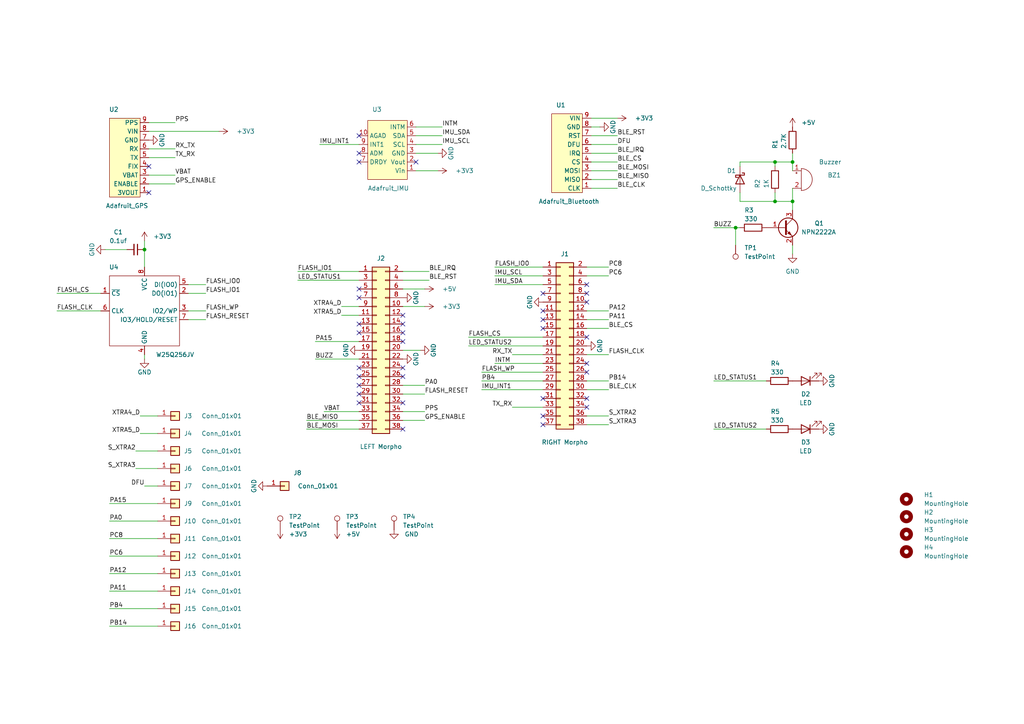
<source format=kicad_sch>
(kicad_sch (version 20210621) (generator eeschema)
  (paper "A4")
  (title_block (title "EasyComm for EasyRider REV C") (date "2021-12-06") (rev "REV A") (company "Bas Brugman visionnaire.nl"))
  (lib_symbols
    (symbol "MountingHole_1" (pin_names (offset 1.016))
      (property "Reference" "H" (at 0 5.08 0))
      (property "Value" "MountingHole_1" (at 0 3.175 0))
      (symbol "MountingHole_1_0_1"
        (circle (center 0 0) (radius 1.27) (stroke (width 1.27)))
      )
    )
    (symbol "MountingHole_2" (pin_names (offset 1.016))
      (property "Reference" "H" (at 0 5.08 0))
      (property "Value" "MountingHole_2" (at 0 3.175 0))
      (symbol "MountingHole_2_0_1"
        (circle (center 0 0) (radius 1.27) (stroke (width 1.27)))
      )
    )
    (symbol "MountingHole_3" (pin_names (offset 1.016))
      (property "Reference" "H" (at 0 5.08 0))
      (property "Value" "MountingHole_3" (at 0 3.175 0))
      (symbol "MountingHole_3_0_1"
        (circle (center 0 0) (radius 1.27) (stroke (width 1.27)))
      )
    )
    (symbol "power:+3V3" (power) (pin_names (offset 0))
      (property "Value" "+3V3" (at 0 3.556 0))
      (symbol "+3V3_0_1"
        (polyline (pts (xy -0.762 1.27) (xy 0 2.54)))
        (polyline (pts (xy 0 0) (xy 0 2.54)))
        (polyline (pts (xy 0 2.54) (xy 0.762 1.27)))
      )
      (symbol "+3V3_1_1"
        (pin power_in line (at 0 0 90) (length 0) hide (name "+3V3") (number "1"))
      )
    )
    (symbol "power:+5V" (power) (pin_names (offset 0))
      (property "Value" "+5V" (at 0 3.556 0))
      (symbol "+5V_0_1"
        (polyline (pts (xy -0.762 1.27) (xy 0 2.54)))
        (polyline (pts (xy 0 0) (xy 0 2.54)))
        (polyline (pts (xy 0 2.54) (xy 0.762 1.27)))
      )
      (symbol "+5V_1_1"
        (pin power_in line (at 0 0 90) (length 0) hide (name "+5V") (number "1"))
      )
    )
    (symbol "power:GND" (power) (pin_names (offset 0))
      (property "Value" "GND" (at 0 -3.81 0))
      (symbol "GND_0_1"
        (polyline (pts (xy 0 0) (xy 0 -1.27) (xy 1.27 -1.27) (xy 0 -2.54) (xy -1.27 -1.27) (xy 0 -1.27)))
      )
      (symbol "GND_1_1"
        (pin power_in line (at 0 0 270) (length 0) hide (name "GND") (number "1"))
      )
    )
    (symbol "stamina_symbols:Adafruit_Bluetooth"
      (property "Reference" "U" (at -7.62 5.08 0))
      (property "Value" "Adafruit_Bluetooth" (at 4.445 4.445 0))
      (symbol "Adafruit_Bluetooth_0_1"
        (rectangle (start 0 1.27) (end -8.89 -21.59) (stroke (width 0.1524)) (fill (type background)))
      )
      (symbol "Adafruit_Bluetooth_1_1"
        (pin bidirectional line (at 2.54 -20.32 180) (length 2.54) (name "CLK") (number "1"))
        (pin bidirectional line (at 2.54 -17.78 180) (length 2.54) (name "MISO") (number "2"))
        (pin bidirectional line (at 2.54 -15.24 180) (length 2.54) (name "MOSI") (number "3"))
        (pin bidirectional line (at 2.54 -12.7 180) (length 2.54) (name "CS") (number "4"))
        (pin bidirectional line (at 2.54 -10.16 180) (length 2.54) (name "IRQ") (number "5"))
        (pin bidirectional line (at 2.54 -7.62 180) (length 2.54) (name "DFU") (number "6"))
        (pin bidirectional line (at 2.54 -5.08 180) (length 2.54) (name "RST") (number "7"))
        (pin power_in line (at 2.54 -2.54 180) (length 2.54) (name "GND") (number "8"))
        (pin power_in line (at 2.54 0 180) (length 2.54) (name "VIN") (number "9"))
      )
    )
    (symbol "stamina_symbols:Adafruit_GPS"
      (property "Reference" "U" (at -7.62 5.08 0))
      (property "Value" "Adafruit_GPS" (at -3.81 3.175 0))
      (symbol "Adafruit_GPS_0_1"
        (rectangle (start 0 1.27) (end -8.89 -21.59) (stroke (width 0.1524)) (fill (type background)))
      )
      (symbol "Adafruit_GPS_1_1"
        (pin power_out line (at 2.54 -20.32 180) (length 2.54) (name "3VOUT") (number "1"))
        (pin bidirectional line (at 2.54 -17.78 180) (length 2.54) (name "ENABLE") (number "2"))
        (pin power_in line (at 2.54 -15.24 180) (length 2.54) (name "VBAT") (number "3"))
        (pin bidirectional line (at 2.54 -12.7 180) (length 2.54) (name "FIX") (number "4"))
        (pin output line (at 2.54 -10.16 180) (length 2.54) (name "TX") (number "5"))
        (pin input line (at 2.54 -7.62 180) (length 2.54) (name "RX") (number "6"))
        (pin power_in line (at 2.54 -5.08 180) (length 2.54) (name "GND") (number "7"))
        (pin power_in line (at 2.54 -2.54 180) (length 2.54) (name "VIN") (number "8"))
        (pin bidirectional line (at 2.54 0 180) (length 2.54) (name "PPS") (number "9"))
      )
    )
    (symbol "stamina_symbols:Adafruit_IMU"
      (property "Reference" "U" (at -11.43 9.525 0))
      (property "Value" "Adafruit_IMU" (at -3.81 9.525 0))
      (symbol "Adafruit_IMU_0_1"
        (rectangle (start -11.43 6.985) (end 0 -10.16) (stroke (width 0.1524)) (fill (type background)))
      )
      (symbol "Adafruit_IMU_1_1"
        (pin power_in line (at 2.54 -7.62 180) (length 2.54) (name "Vin") (number "1"))
        (pin bidirectional line (at -13.97 2.54 0) (length 2.54) (name "AGAD") (number "10"))
        (pin power_out line (at 2.54 -5.08 180) (length 2.54) (name "Vout") (number "2"))
        (pin power_in line (at 2.54 -2.54 180) (length 2.54) (name "GND") (number "3"))
        (pin bidirectional line (at 2.54 0 180) (length 2.54) (name "SCL") (number "4"))
        (pin bidirectional line (at 2.54 2.54 180) (length 2.54) (name "SDA") (number "5"))
        (pin bidirectional line (at 2.54 5.08 180) (length 2.54) (name "INTM") (number "6"))
        (pin bidirectional line (at -13.97 -5.08 0) (length 2.54) (name "DRDY") (number "7"))
        (pin bidirectional line (at -13.97 -2.54 0) (length 2.54) (name "ADM") (number "8"))
        (pin bidirectional line (at -13.97 0 0) (length 2.54) (name "INT1") (number "9"))
      )
    )
    (symbol "stamina_symbols:Buzzer" (pin_names (offset 0.0254) hide)
      (property "Reference" "BZ" (at 3.81 1.27 0))
      (property "Value" "Buzzer" (at 3.81 -1.27 0))
      (symbol "Buzzer_0_1"
        (arc (start 0 -3.175) (mid 3.175 0) (end 0 3.175))
        (polyline (pts (xy -1.651 1.905) (xy -1.143 1.905)))
        (polyline (pts (xy -1.397 2.159) (xy -1.397 1.651)))
        (polyline (pts (xy 0 3.175) (xy 0 -3.175)))
      )
      (symbol "Buzzer_1_1"
        (pin passive line (at -2.54 2.54 0) (length 2.54) (name "-") (number "1"))
        (pin passive line (at -2.54 -2.54 0) (length 2.54) (name "+") (number "2"))
      )
    )
    (symbol "stamina_symbols:C_Small" (pin_numbers hide) (pin_names (offset 0.254) hide)
      (property "Reference" "C" (at 0.254 1.778 0))
      (property "Value" "C_Small" (at 0.254 -2.032 0))
      (symbol "C_Small_0_1"
        (polyline (pts (xy -1.524 -0.508) (xy 1.524 -0.508)) (stroke (width 0.3302)))
        (polyline (pts (xy -1.524 0.508) (xy 1.524 0.508)) (stroke (width 0.3048)))
      )
      (symbol "C_Small_1_1"
        (pin passive line (at 0 2.54 270) (length 2.032) (name "~") (number "1"))
        (pin passive line (at 0 -2.54 90) (length 2.032) (name "~") (number "2"))
      )
    )
    (symbol "stamina_symbols:Conn_01x01" (pin_names (offset 1.016) hide)
      (property "Reference" "J" (at 0 2.54 0))
      (property "Value" "Conn_01x01" (at 0 -2.54 0))
      (symbol "Conn_01x01_1_1"
        (rectangle (start -1.27 0.127) (end 0 -0.127) (stroke (width 0.1524)))
        (rectangle (start -1.27 1.27) (end 1.27 -1.27) (stroke (width 0.254)) (fill (type background)))
        (pin passive line (at -5.08 0 0) (length 3.81) (name "Pin_1") (number "1"))
      )
    )
    (symbol "stamina_symbols:D_Schottky" (pin_numbers hide) (pin_names (offset 1.016) hide)
      (property "Reference" "D" (at 0 2.54 0))
      (property "Value" "D_Schottky" (at 0 -2.54 0))
      (symbol "D_Schottky_0_1"
        (polyline (pts (xy 1.27 0) (xy -1.27 0)))
        (polyline (pts (xy 1.27 1.27) (xy 1.27 -1.27) (xy -1.27 0) (xy 1.27 1.27)) (stroke (width 0.254)))
        (polyline (pts (xy -1.905 0.635) (xy -1.905 1.27) (xy -1.27 1.27) (xy -1.27 -1.27) (xy -0.635 -1.27) (xy -0.635 -0.635)) (stroke (width 0.254)))
      )
      (symbol "D_Schottky_1_1"
        (pin passive line (at -3.81 0 0) (length 2.54) (name "K") (number "1"))
        (pin passive line (at 3.81 0 180) (length 2.54) (name "A") (number "2"))
      )
    )
    (symbol "stamina_symbols:LED" (pin_numbers hide) (pin_names (offset 1.016) hide)
      (property "Reference" "D" (at 0 2.54 0))
      (property "Value" "LED" (at 0 -2.54 0))
      (symbol "LED_0_1"
        (polyline (pts (xy -1.27 -1.27) (xy -1.27 1.27)) (stroke (width 0.254)))
        (polyline (pts (xy -1.27 0) (xy 1.27 0)))
        (polyline (pts (xy 1.27 -1.27) (xy 1.27 1.27) (xy -1.27 0) (xy 1.27 -1.27)) (stroke (width 0.254)))
        (polyline (pts (xy -3.048 -0.762) (xy -4.572 -2.286) (xy -3.81 -2.286) (xy -4.572 -2.286) (xy -4.572 -1.524)))
        (polyline (pts (xy -1.778 -0.762) (xy -3.302 -2.286) (xy -2.54 -2.286) (xy -3.302 -2.286) (xy -3.302 -1.524)))
      )
      (symbol "LED_1_1"
        (pin passive line (at -3.81 0 0) (length 2.54) (name "K") (number "1"))
        (pin passive line (at 3.81 0 180) (length 2.54) (name "A") (number "2"))
      )
    )
    (symbol "stamina_symbols:Morpho 2x19pin Connector" (pin_names (offset 1.016) hide)
      (property "Reference" "J" (at 1.27 25.4 0))
      (property "Value" "Morpho 2x19pin Connector" (at 1.27 -25.4 0))
      (symbol "Morpho 2x19pin Connector_1_1"
        (rectangle (start -1.27 -22.733) (end 0 -22.987) (stroke (width 0.1524)))
        (rectangle (start -1.27 -20.193) (end 0 -20.447) (stroke (width 0.1524)))
        (rectangle (start -1.27 -17.653) (end 0 -17.907) (stroke (width 0.1524)))
        (rectangle (start -1.27 -15.113) (end 0 -15.367) (stroke (width 0.1524)))
        (rectangle (start -1.27 -12.573) (end 0 -12.827) (stroke (width 0.1524)))
        (rectangle (start -1.27 -10.033) (end 0 -10.287) (stroke (width 0.1524)))
        (rectangle (start -1.27 -7.493) (end 0 -7.747) (stroke (width 0.1524)))
        (rectangle (start -1.27 -4.953) (end 0 -5.207) (stroke (width 0.1524)))
        (rectangle (start -1.27 -2.413) (end 0 -2.667) (stroke (width 0.1524)))
        (rectangle (start -1.27 0.127) (end 0 -0.127) (stroke (width 0.1524)))
        (rectangle (start -1.27 2.667) (end 0 2.413) (stroke (width 0.1524)))
        (rectangle (start -1.27 5.207) (end 0 4.953) (stroke (width 0.1524)))
        (rectangle (start -1.27 7.747) (end 0 7.493) (stroke (width 0.1524)))
        (rectangle (start -1.27 10.287) (end 0 10.033) (stroke (width 0.1524)))
        (rectangle (start -1.27 12.827) (end 0 12.573) (stroke (width 0.1524)))
        (rectangle (start -1.27 15.367) (end 0 15.113) (stroke (width 0.1524)))
        (rectangle (start -1.27 17.907) (end 0 17.653) (stroke (width 0.1524)))
        (rectangle (start -1.27 20.447) (end 0 20.193) (stroke (width 0.1524)))
        (rectangle (start -1.27 22.987) (end 0 22.733) (stroke (width 0.1524)))
        (rectangle (start -1.27 24.13) (end 3.81 -24.13) (stroke (width 0.254)) (fill (type background)))
        (rectangle (start 3.81 -22.733) (end 2.54 -22.987) (stroke (width 0.1524)))
        (rectangle (start 3.81 -20.193) (end 2.54 -20.447) (stroke (width 0.1524)))
        (rectangle (start 3.81 -17.653) (end 2.54 -17.907) (stroke (width 0.1524)))
        (rectangle (start 3.81 -15.113) (end 2.54 -15.367) (stroke (width 0.1524)))
        (rectangle (start 3.81 -12.573) (end 2.54 -12.827) (stroke (width 0.1524)))
        (rectangle (start 3.81 -10.033) (end 2.54 -10.287) (stroke (width 0.1524)))
        (rectangle (start 3.81 -7.493) (end 2.54 -7.747) (stroke (width 0.1524)))
        (rectangle (start 3.81 -4.953) (end 2.54 -5.207) (stroke (width 0.1524)))
        (rectangle (start 3.81 -2.413) (end 2.54 -2.667) (stroke (width 0.1524)))
        (rectangle (start 3.81 0.127) (end 2.54 -0.127) (stroke (width 0.1524)))
        (rectangle (start 3.81 2.667) (end 2.54 2.413) (stroke (width 0.1524)))
        (rectangle (start 3.81 5.207) (end 2.54 4.953) (stroke (width 0.1524)))
        (rectangle (start 3.81 7.747) (end 2.54 7.493) (stroke (width 0.1524)))
        (rectangle (start 3.81 10.287) (end 2.54 10.033) (stroke (width 0.1524)))
        (rectangle (start 3.81 12.827) (end 2.54 12.573) (stroke (width 0.1524)))
        (rectangle (start 3.81 15.367) (end 2.54 15.113) (stroke (width 0.1524)))
        (rectangle (start 3.81 17.907) (end 2.54 17.653) (stroke (width 0.1524)))
        (rectangle (start 3.81 20.447) (end 2.54 20.193) (stroke (width 0.1524)))
        (rectangle (start 3.81 22.987) (end 2.54 22.733) (stroke (width 0.1524)))
        (pin passive line (at -5.08 22.86 0) (length 3.81) (name "Pin_1") (number "1"))
        (pin passive line (at 7.62 12.7 180) (length 3.81) (name "Pin_10") (number "10"))
        (pin passive line (at -5.08 10.16 0) (length 3.81) (name "Pin_11") (number "11"))
        (pin passive line (at 7.62 10.16 180) (length 3.81) (name "Pin_12") (number "12"))
        (pin passive line (at -5.08 7.62 0) (length 3.81) (name "Pin_13") (number "13"))
        (pin passive line (at 7.62 7.62 180) (length 3.81) (name "Pin_14") (number "14"))
        (pin passive line (at -5.08 5.08 0) (length 3.81) (name "Pin_15") (number "15"))
        (pin passive line (at 7.62 5.08 180) (length 3.81) (name "Pin_16") (number "16"))
        (pin passive line (at -5.08 2.54 0) (length 3.81) (name "Pin_17") (number "17"))
        (pin passive line (at 7.62 2.54 180) (length 3.81) (name "Pin_18") (number "18"))
        (pin passive line (at -5.08 0 0) (length 3.81) (name "Pin_19") (number "19"))
        (pin passive line (at 7.62 22.86 180) (length 3.81) (name "Pin_2") (number "2"))
        (pin passive line (at 7.62 0 180) (length 3.81) (name "Pin_20") (number "20"))
        (pin passive line (at -5.08 -2.54 0) (length 3.81) (name "Pin_21") (number "21"))
        (pin passive line (at 7.62 -2.54 180) (length 3.81) (name "Pin_22") (number "22"))
        (pin passive line (at -5.08 -5.08 0) (length 3.81) (name "Pin_23") (number "23"))
        (pin passive line (at 7.62 -5.08 180) (length 3.81) (name "Pin_24") (number "24"))
        (pin passive line (at -5.08 -7.62 0) (length 3.81) (name "Pin_25") (number "25"))
        (pin passive line (at 7.62 -7.62 180) (length 3.81) (name "Pin_26") (number "26"))
        (pin passive line (at -5.08 -10.16 0) (length 3.81) (name "Pin_27") (number "27"))
        (pin passive line (at 7.62 -10.16 180) (length 3.81) (name "Pin_28") (number "28"))
        (pin passive line (at -5.08 -12.7 0) (length 3.81) (name "Pin_29") (number "29"))
        (pin passive line (at -5.08 20.32 0) (length 3.81) (name "Pin_3") (number "3"))
        (pin passive line (at 7.62 -12.7 180) (length 3.81) (name "Pin_30") (number "30"))
        (pin passive line (at -5.08 -15.24 0) (length 3.81) (name "Pin_31") (number "31"))
        (pin passive line (at 7.62 -15.24 180) (length 3.81) (name "Pin_32") (number "32"))
        (pin passive line (at -5.08 -17.78 0) (length 3.81) (name "Pin_33") (number "33"))
        (pin passive line (at 7.62 -17.78 180) (length 3.81) (name "Pin_34") (number "34"))
        (pin passive line (at -5.08 -20.32 0) (length 3.81) (name "Pin_35") (number "35"))
        (pin passive line (at 7.62 -20.32 180) (length 3.81) (name "Pin_36") (number "36"))
        (pin passive line (at -5.08 -22.86 0) (length 3.81) (name "Pin_37") (number "37"))
        (pin passive line (at 7.62 -22.86 180) (length 3.81) (name "Pin_38") (number "38"))
        (pin passive line (at 7.62 20.32 180) (length 3.81) (name "Pin_4") (number "4"))
        (pin passive line (at -5.08 17.78 0) (length 3.81) (name "Pin_5") (number "5"))
        (pin passive line (at 7.62 17.78 180) (length 3.81) (name "Pin_6") (number "6"))
        (pin passive line (at -5.08 15.24 0) (length 3.81) (name "Pin_7") (number "7"))
        (pin passive line (at 7.62 15.24 180) (length 3.81) (name "Pin_8") (number "8"))
        (pin passive line (at -5.08 12.7 0) (length 3.81) (name "Pin_9") (number "9"))
      )
    )
    (symbol "stamina_symbols:MountingHole" (pin_names (offset 1.016))
      (property "Reference" "H" (at 0 5.08 0))
      (property "Value" "MountingHole" (at 0 3.175 0))
      (symbol "MountingHole_0_1"
        (circle (center 0 0) (radius 1.27) (stroke (width 1.27)))
      )
    )
    (symbol "stamina_symbols:NPN2222A" (pin_names (offset 0) hide)
      (property "Reference" "Q" (at 5.08 1.905 0))
      (property "Value" "NPN2222A" (at 5.08 0 0))
      (symbol "NPN2222A_0_1"
        (polyline (pts (xy 0 0) (xy 0.635 0)))
        (polyline (pts (xy 2.54 -2.54) (xy 0.635 -0.635)))
        (polyline (pts (xy 2.54 2.54) (xy 0.635 0.635)))
        (polyline (pts (xy 0.635 1.905) (xy 0.635 -1.905) (xy 0.635 -1.905)) (stroke (width 0.508)))
        (polyline (pts (xy 2.413 -2.413) (xy 1.905 -1.905) (xy 1.905 -1.905)))
        (polyline (pts (xy 1.143 -1.651) (xy 1.651 -1.143) (xy 2.159 -2.159) (xy 1.143 -1.651) (xy 1.143 -1.651)) (fill (type outline)))
        (circle (center 1.27 0) (radius 2.8194) (stroke (width 0.254)))
      )
      (symbol "NPN2222A_1_1"
        (pin input line (at -5.08 0 0) (length 5.08) (name "B") (number "1"))
        (pin passive line (at 2.54 -5.08 90) (length 2.54) (name "E") (number "2"))
        (pin passive line (at 2.54 5.08 270) (length 2.54) (name "C") (number "3"))
      )
    )
    (symbol "stamina_symbols:R" (pin_numbers hide) (pin_names (offset 0))
      (property "Reference" "R" (at 2.032 0 90))
      (property "Value" "R" (at 0 0 90))
      (symbol "R_0_1"
        (rectangle (start -1.016 -2.54) (end 1.016 2.54) (stroke (width 0.254)))
      )
      (symbol "R_1_1"
        (pin passive line (at 0 3.81 270) (length 1.27) (name "~") (number "1"))
        (pin passive line (at 0 -3.81 90) (length 1.27) (name "~") (number "2"))
      )
    )
    (symbol "stamina_symbols:TestPoint" (pin_numbers hide) (pin_names (offset 0.762) hide)
      (property "Reference" "TP" (at 0 6.858 0))
      (property "Value" "TestPoint" (at 0 5.08 0))
      (symbol "TestPoint_0_1"
        (circle (center 0 3.302) (radius 0.762))
      )
      (symbol "TestPoint_1_1"
        (pin passive line (at 0 0 90) (length 2.54) (name "1") (number "1"))
      )
    )
    (symbol "stamina_symbols:W25Q256JV"
      (property "Reference" "U" (at -8.89 8.89 0))
      (property "Value" "W25Q256JV" (at 7.62 8.89 0))
      (symbol "W25Q256JV_0_1"
        (rectangle (start 10.16 -12.7) (end -10.16 7.62) (stroke (width 0.1524)))
      )
      (symbol "W25Q256JV_1_1"
        (pin input line (at -12.7 2.54 0) (length 2.54) (name "~{CS}") (number "1"))
        (pin bidirectional line (at 12.7 2.54 180) (length 2.54) (name "DO(IO1)") (number "2"))
        (pin bidirectional line (at 12.7 -2.54 180) (length 2.54) (name "IO2/WP") (number "3"))
        (pin power_in line (at 0 -15.24 90) (length 2.54) (name "GND") (number "4"))
        (pin bidirectional line (at 12.7 5.08 180) (length 2.54) (name "DI(IO0)") (number "5"))
        (pin input line (at -12.7 -2.54 0) (length 2.54) (name "CLK") (number "6"))
        (pin bidirectional line (at 12.7 -5.08 180) (length 2.54) (name "IO3/HOLD/RESET") (number "7"))
        (pin power_in line (at 0 10.16 270) (length 2.54) (name "VCC") (number "8"))
      )
    )
  )
  (junction (at 213.36 66.04))
  (junction (at 229.87 46.99))
  (junction (at 224.79 58.42))
  (junction (at 229.87 58.42))
  (junction (at 41.91 72.39))
  (junction (at 224.79 46.99))
  (no_connect (at 157.48 123.19))
  (no_connect (at 170.18 105.41))
  (no_connect (at 170.18 107.95))
  (no_connect (at 104.14 83.82))
  (no_connect (at 116.84 96.52))
  (no_connect (at 104.14 93.98))
  (no_connect (at 120.65 46.99))
  (no_connect (at 104.14 86.36))
  (no_connect (at 157.48 85.09))
  (no_connect (at 116.84 99.06))
  (no_connect (at 43.18 55.88))
  (no_connect (at 116.84 93.98))
  (no_connect (at 170.18 87.63))
  (no_connect (at 116.84 106.68))
  (no_connect (at 170.18 118.11))
  (no_connect (at 104.14 116.84))
  (no_connect (at 104.14 111.76))
  (no_connect (at 104.14 114.3))
  (no_connect (at 116.84 91.44))
  (no_connect (at 104.14 96.52))
  (no_connect (at 116.84 109.22))
  (no_connect (at 157.48 95.25))
  (no_connect (at 157.48 90.17))
  (no_connect (at 157.48 92.71))
  (no_connect (at 157.48 120.65))
  (no_connect (at 116.84 116.84))
  (no_connect (at 116.84 124.46))
  (no_connect (at 43.18 48.26))
  (no_connect (at 170.18 97.79))
  (no_connect (at 157.48 115.57))
  (no_connect (at 104.14 106.68))
  (no_connect (at 104.14 44.45))
  (no_connect (at 104.14 46.99))
  (no_connect (at 104.14 39.37))
  (no_connect (at 104.14 109.22))
  (no_connect (at 170.18 82.55))
  (no_connect (at 170.18 85.09))
  (no_connect (at 170.18 115.57))
  (wire (pts (xy 176.53 95.25) (xy 170.18 95.25)))
  (wire (pts (xy 41.91 104.14) (xy 41.91 102.87)))
  (wire (pts (xy 139.7 107.95) (xy 157.48 107.95)))
  (wire (pts (xy 123.19 114.3) (xy 116.84 114.3)))
  (wire (pts (xy 229.87 44.45) (xy 229.87 46.99)))
  (wire (pts (xy 229.87 46.99) (xy 229.87 49.53)))
  (wire (pts (xy 39.37 135.89) (xy 45.72 135.89)))
  (wire (pts (xy 59.69 90.17) (xy 54.61 90.17)))
  (wire (pts (xy 99.06 88.9) (xy 104.14 88.9)))
  (wire (pts (xy 123.19 121.92) (xy 116.84 121.92)))
  (wire (pts (xy 135.89 100.33) (xy 157.48 100.33)))
  (wire (pts (xy 176.53 113.03) (xy 170.18 113.03)))
  (wire (pts (xy 59.69 92.71) (xy 54.61 92.71)))
  (wire (pts (xy 50.8 50.8) (xy 43.18 50.8)))
  (wire (pts (xy 143.51 80.01) (xy 157.48 80.01)))
  (wire (pts (xy 92.71 41.91) (xy 104.14 41.91)))
  (wire (pts (xy 224.79 55.88) (xy 224.79 58.42)))
  (wire (pts (xy 224.79 58.42) (xy 229.87 58.42)))
  (wire (pts (xy 176.53 90.17) (xy 170.18 90.17)))
  (wire (pts (xy 213.36 71.12) (xy 213.36 66.04)))
  (wire (pts (xy 229.87 73.66) (xy 229.87 71.12)))
  (wire (pts (xy 50.8 45.72) (xy 43.18 45.72)))
  (wire (pts (xy 39.37 130.81) (xy 45.72 130.81)))
  (wire (pts (xy 139.7 110.49) (xy 157.48 110.49)))
  (wire (pts (xy 214.63 46.99) (xy 214.63 48.26)))
  (wire (pts (xy 224.79 46.99) (xy 214.63 46.99)))
  (wire (pts (xy 207.01 124.46) (xy 222.25 124.46)))
  (wire (pts (xy 128.27 36.83) (xy 120.65 36.83)))
  (wire (pts (xy 179.07 46.99) (xy 171.45 46.99)))
  (wire (pts (xy 88.9 121.92) (xy 104.14 121.92)))
  (wire (pts (xy 31.75 151.13) (xy 45.72 151.13)))
  (wire (pts (xy 31.75 161.29) (xy 45.72 161.29)))
  (wire (pts (xy 88.9 124.46) (xy 104.14 124.46)))
  (wire (pts (xy 179.07 49.53) (xy 171.45 49.53)))
  (wire (pts (xy 93.98 119.38) (xy 104.14 119.38)))
  (wire (pts (xy 179.07 39.37) (xy 171.45 39.37)))
  (wire (pts (xy 63.5 38.1) (xy 43.18 38.1)))
  (wire (pts (xy 135.89 97.79) (xy 157.48 97.79)))
  (wire (pts (xy 31.75 146.05) (xy 45.72 146.05)))
  (wire (pts (xy 31.75 171.45) (xy 45.72 171.45)))
  (wire (pts (xy 179.07 44.45) (xy 171.45 44.45)))
  (wire (pts (xy 176.53 120.65) (xy 170.18 120.65)))
  (wire (pts (xy 127 49.53) (xy 120.65 49.53)))
  (wire (pts (xy 50.8 35.56) (xy 43.18 35.56)))
  (wire (pts (xy 207.01 110.49) (xy 222.25 110.49)))
  (wire (pts (xy 143.51 105.41) (xy 157.48 105.41)))
  (wire (pts (xy 179.07 34.29) (xy 171.45 34.29)))
  (wire (pts (xy 40.64 125.73) (xy 45.72 125.73)))
  (wire (pts (xy 179.07 54.61) (xy 171.45 54.61)))
  (wire (pts (xy 179.07 52.07) (xy 171.45 52.07)))
  (wire (pts (xy 176.53 123.19) (xy 170.18 123.19)))
  (wire (pts (xy 30.48 72.39) (xy 36.83 72.39)))
  (wire (pts (xy 121.92 101.6) (xy 116.84 101.6)))
  (wire (pts (xy 139.7 113.03) (xy 157.48 113.03)))
  (wire (pts (xy 128.27 41.91) (xy 120.65 41.91)))
  (wire (pts (xy 123.19 111.76) (xy 116.84 111.76)))
  (wire (pts (xy 143.51 77.47) (xy 157.48 77.47)))
  (wire (pts (xy 86.36 81.28) (xy 104.14 81.28)))
  (wire (pts (xy 40.64 120.65) (xy 45.72 120.65)))
  (wire (pts (xy 99.06 91.44) (xy 104.14 91.44)))
  (wire (pts (xy 124.46 78.74) (xy 116.84 78.74)))
  (wire (pts (xy 123.19 83.82) (xy 116.84 83.82)))
  (wire (pts (xy 143.51 82.55) (xy 157.48 82.55)))
  (wire (pts (xy 123.19 119.38) (xy 116.84 119.38)))
  (wire (pts (xy 31.75 181.61) (xy 45.72 181.61)))
  (wire (pts (xy 86.36 78.74) (xy 104.14 78.74)))
  (wire (pts (xy 173.99 36.83) (xy 171.45 36.83)))
  (wire (pts (xy 213.36 66.04) (xy 214.63 66.04)))
  (wire (pts (xy 207.01 66.04) (xy 213.36 66.04)))
  (wire (pts (xy 16.51 90.17) (xy 29.21 90.17)))
  (wire (pts (xy 127 44.45) (xy 120.65 44.45)))
  (wire (pts (xy 176.53 77.47) (xy 170.18 77.47)))
  (wire (pts (xy 41.91 140.97) (xy 45.72 140.97)))
  (wire (pts (xy 148.59 102.87) (xy 157.48 102.87)))
  (wire (pts (xy 50.8 53.34) (xy 43.18 53.34)))
  (wire (pts (xy 124.46 81.28) (xy 116.84 81.28)))
  (wire (pts (xy 176.53 92.71) (xy 170.18 92.71)))
  (wire (pts (xy 31.75 176.53) (xy 45.72 176.53)))
  (wire (pts (xy 229.87 46.99) (xy 224.79 46.99)))
  (wire (pts (xy 224.79 46.99) (xy 224.79 48.26)))
  (wire (pts (xy 176.53 102.87) (xy 170.18 102.87)))
  (wire (pts (xy 31.75 156.21) (xy 45.72 156.21)))
  (wire (pts (xy 176.53 80.01) (xy 170.18 80.01)))
  (wire (pts (xy 176.53 110.49) (xy 170.18 110.49)))
  (wire (pts (xy 41.91 72.39) (xy 41.91 77.47)))
  (wire (pts (xy 41.91 69.85) (xy 41.91 72.39)))
  (wire (pts (xy 214.63 55.88) (xy 214.63 58.42)))
  (wire (pts (xy 214.63 58.42) (xy 224.79 58.42)))
  (wire (pts (xy 59.69 85.09) (xy 54.61 85.09)))
  (wire (pts (xy 229.87 58.42) (xy 229.87 60.96)))
  (wire (pts (xy 229.87 54.61) (xy 229.87 58.42)))
  (wire (pts (xy 123.19 88.9) (xy 116.84 88.9)))
  (wire (pts (xy 59.69 82.55) (xy 54.61 82.55)))
  (wire (pts (xy 50.8 43.18) (xy 43.18 43.18)))
  (wire (pts (xy 91.44 104.14) (xy 104.14 104.14)))
  (wire (pts (xy 148.59 118.11) (xy 157.48 118.11)))
  (wire (pts (xy 179.07 41.91) (xy 171.45 41.91)))
  (wire (pts (xy 16.51 85.09) (xy 29.21 85.09)))
  (wire (pts (xy 128.27 39.37) (xy 120.65 39.37)))
  (wire (pts (xy 91.44 99.06) (xy 104.14 99.06)))
  (wire (pts (xy 31.75 166.37) (xy 45.72 166.37)))
  (label "INTM" (at 143.51 105.41 0))
  (label "S_XTRA2" (at 176.53 120.65 0))
  (label "FLASH_CLK" (at 176.53 102.87 0))
  (label "BLE_MISO" (at 179.07 52.07 0))
  (label "BUZZ" (at 207.01 66.04 0))
  (label "GPS_ENABLE" (at 50.8 53.34 0))
  (label "DFU" (at 41.91 140.97 180))
  (label "PA12" (at 31.75 166.37 0))
  (label "FLASH_IO0" (at 143.51 77.47 0))
  (label "TX_RX" (at 148.59 118.11 180))
  (label "LED_STATUS1" (at 207.01 110.49 0))
  (label "BLE_MOSI" (at 179.07 49.53 0))
  (label "S_XTRA3" (at 176.53 123.19 0))
  (label "BUZZ" (at 91.44 104.14 0))
  (label "S_XTRA3" (at 39.37 135.89 180))
  (label "FLASH_WP" (at 59.69 90.17 0))
  (label "IMU_SDA" (at 143.51 82.55 0))
  (label "BLE_CLK" (at 179.07 54.61 0))
  (label "FLASH_WP" (at 139.7 107.95 0))
  (label "PA11" (at 31.75 171.45 0))
  (label "IMU_SCL" (at 143.51 80.01 0))
  (label "FLASH_IO1" (at 86.36 78.74 0))
  (label "LED_STATUS2" (at 207.01 124.46 0))
  (label "PC8" (at 176.53 77.47 0))
  (label "XTRA5_D" (at 40.64 125.73 180))
  (label "PB14" (at 176.53 110.49 0))
  (label "PB4" (at 31.75 176.53 0))
  (label "VBAT" (at 93.98 119.38 0))
  (label "IMU_SCL" (at 128.27 41.91 0))
  (label "PA15" (at 31.75 146.05 0))
  (label "PPS" (at 123.19 119.38 0))
  (label "FLASH_CLK" (at 16.51 90.17 0))
  (label "FLASH_RESET" (at 59.69 92.71 0))
  (label "PA11" (at 176.53 92.71 0))
  (label "DFU" (at 179.07 41.91 0))
  (label "INTM" (at 128.27 36.83 0))
  (label "FLASH_IO0" (at 59.69 82.55 0))
  (label "BLE_RST" (at 179.07 39.37 0))
  (label "PC8" (at 31.75 156.21 0))
  (label "RX_TX" (at 148.59 102.87 180))
  (label "PA0" (at 31.75 151.13 0))
  (label "BLE_CLK" (at 176.53 113.03 0))
  (label "VBAT" (at 50.8 50.8 0))
  (label "BLE_IRQ" (at 124.46 78.74 0))
  (label "FLASH_CS" (at 16.51 85.09 0))
  (label "PC6" (at 176.53 80.01 0))
  (label "LED_STATUS1" (at 86.36 81.28 0))
  (label "TX_RX" (at 50.8 45.72 0))
  (label "IMU_SDA" (at 128.27 39.37 0))
  (label "XTRA4_D" (at 99.06 88.9 180))
  (label "GPS_ENABLE" (at 123.19 121.92 0))
  (label "BLE_MOSI" (at 88.9 124.46 0))
  (label "BLE_CS" (at 176.53 95.25 0))
  (label "BLE_IRQ" (at 179.07 44.45 0))
  (label "PA12" (at 176.53 90.17 0))
  (label "PA0" (at 123.19 111.76 0))
  (label "IMU_INT1" (at 139.7 113.03 0))
  (label "LED_STATUS2" (at 135.89 100.33 0))
  (label "XTRA4_D" (at 40.64 120.65 180))
  (label "PB14" (at 31.75 181.61 0))
  (label "IMU_INT1" (at 92.71 41.91 0))
  (label "PPS" (at 50.8 35.56 0))
  (label "S_XTRA2" (at 39.37 130.81 180))
  (label "PB4" (at 139.7 110.49 0))
  (label "XTRA5_D" (at 99.06 91.44 180))
  (label "FLASH_CS" (at 135.89 97.79 0))
  (label "PA15" (at 91.44 99.06 0))
  (label "PC6" (at 31.75 161.29 0))
  (label "BLE_MISO" (at 88.9 121.92 0))
  (label "BLE_RST" (at 124.46 81.28 0))
  (label "FLASH_RESET" (at 123.19 114.3 0))
  (label "FLASH_IO1" (at 59.69 85.09 0))
  (label "RX_TX" (at 50.8 43.18 0))
  (label "BLE_CS" (at 179.07 46.99 0))
  (symbol (lib_id "stamina_symbols:R") (at 226.06 124.46 270) (unit 1)
    (property "Reference" "R5" (at 223.52 119.38 90) (effects (justify left)))
    (property "Value" "330" (at 223.52 121.92 90) (effects (justify left)))
    (property "Footprint" "stamina_footprints:R_0603_1608Metric_Pad0.98x0.95mm_HandSolder" (effects hide))
  )
  (symbol (lib_id "stamina_symbols:W25Q256JV") (at 41.91 87.63 0) (unit 1)
    (property "Reference" "U4" (at 33.02 77.47 0))
    (property "Value" "W25Q256JV" (at 50.8 102.87 0))
    (property "Footprint" "stamina_footprints:WSON-8-8x6mm_P1.27mm" (effects hide))
    (property "Datasheet" "https://nl.mouser.com/datasheet/2/949/w25q256jv_spi_revg_08032017-1489574.pdf" (effects hide))
  )
  (symbol (lib_id "stamina_symbols:LED") (at 233.68 110.49 180) (unit 1)
    (property "Reference" "D2" (at 233.68 114.3 0))
    (property "Value" "LED" (at 233.68 116.84 0))
    (property "Footprint" "stamina_footprints:LED_0603_1608Metric_Pad1.05x0.95mm_HandSolder" (effects hide))
  )
  (symbol (lib_id "power:GND") (at 170.18 100.33 90) (unit 1)
    (property "Reference" "#PWR015" (effects hide))
    (property "Value" "GND" (at 173.99 100.33 0))
  )
  (symbol (lib_id "stamina_symbols:Conn_01x01") (at 50.8 181.61 0) (unit 1)
    (property "Reference" "J16" (at 53.34 181.61 0) (effects (justify left)))
    (property "Value" "Conn_01x01" (at 58.42 181.61 0) (effects (justify left)))
    (property "Footprint" "stamina_footprints:PinHeader_1x01_P2.54mm_Vertical" (effects hide))
  )
  (symbol (lib_id "stamina_symbols:TestPoint") (at 213.36 71.12 180) (unit 1)
    (property "Reference" "TP1" (at 215.9 71.8818 0) (effects (justify right)))
    (property "Value" "TestPoint" (at 215.9 74.4218 0) (effects (justify right)))
    (property "Footprint" "stamina_footprints:PinHeader_1x01_P2.54mm_Vertical" (effects hide))
  )
  (symbol (lib_id "power:GND") (at 121.92 101.6 90) (unit 1)
    (property "Reference" "#PWR017" (effects hide))
    (property "Value" "GND" (at 125.73 101.6 0))
  )
  (symbol (lib_id "stamina_symbols:Adafruit_Bluetooth") (at 168.91 34.29 0) (unit 1)
    (property "Reference" "U1" (at 161.29 30.48 0) (effects (justify left)))
    (property "Value" "Adafruit_Bluetooth" (at 156.21 58.42 0) (effects (justify left)))
    (property "Footprint" "stamina_footprints:Adafruit_Bluetooth" (effects hide))
    (property "Datasheet" "https://www.adafruit.com/product/2633" (effects hide))
  )
  (symbol (lib_id "stamina_symbols:Conn_01x01") (at 50.8 146.05 0) (unit 1)
    (property "Reference" "J9" (at 53.34 146.05 0) (effects (justify left)))
    (property "Value" "Conn_01x01" (at 58.42 146.05 0) (effects (justify left)))
    (property "Footprint" "stamina_footprints:PinHeader_1x01_P2.54mm_Vertical" (effects hide))
  )
  (symbol (lib_id "power:GND") (at 77.47 140.97 270) (unit 1)
    (property "Reference" "#PWR020" (effects hide))
    (property "Value" "GND" (at 73.66 140.97 0))
  )
  (symbol (lib_id "stamina_symbols:NPN2222A") (at 227.33 66.04 0) (unit 1)
    (property "Reference" "Q1" (at 236.22 64.77 0) (effects (justify left)))
    (property "Value" "NPN2222A" (at 232.41 67.31 0) (effects (justify left)))
    (property "Footprint" "stamina_footprints:SOT-23_3_HandSoldering" (effects hide))
    (property "Datasheet" "https://nl.mouser.com/datasheet/2/115/DIOD_S_A0011756665_1-2543625.pdf" (effects hide))
  )
  (symbol (lib_id "stamina_symbols:Conn_01x01") (at 50.8 125.73 0) (unit 1)
    (property "Reference" "J4" (at 53.34 125.73 0) (effects (justify left)))
    (property "Value" "Conn_01x01" (at 58.42 125.73 0) (effects (justify left)))
    (property "Footprint" "stamina_footprints:PinHeader_1x01_P2.54mm_Vertical" (effects hide))
  )
  (symbol (lib_id "stamina_symbols:TestPoint") (at 81.28 153.67 0) (unit 1)
    (property "Reference" "TP2" (at 83.82 149.86 0) (effects (justify left)))
    (property "Value" "TestPoint" (at 83.82 152.4 0) (effects (justify left)))
    (property "Footprint" "stamina_footprints:PinHeader_1x01_P2.54mm_Vertical" (effects hide))
  )
  (symbol (lib_id "power:GND") (at 116.84 86.36 90) (unit 1)
    (property "Reference" "#PWR012" (effects hide))
    (property "Value" "GND" (at 120.65 86.36 0))
  )
  (symbol (lib_id "power:+5V") (at 229.87 36.83 0) (unit 1)
    (property "Reference" "#PWR03" (effects hide))
    (property "Value" "+5V" (at 232.41 35.5599 0) (effects (justify left)))
  )
  (symbol (lib_id "power:GND") (at 116.84 104.14 90) (unit 1)
    (property "Reference" "#PWR019" (effects hide))
    (property "Value" "GND" (at 120.65 104.14 0))
  )
  (symbol (lib_id "power:GND") (at 41.91 104.14 0) (unit 1)
    (property "Reference" "#PWR018" (effects hide))
    (property "Value" "GND" (at 41.91 107.95 0))
  )
  (symbol (lib_id "stamina_symbols:R") (at 218.44 66.04 270) (unit 1)
    (property "Reference" "R3" (at 215.9 60.96 90) (effects (justify left)))
    (property "Value" "330" (at 215.9 63.5 90) (effects (justify left)))
    (property "Footprint" "stamina_footprints:R_0603_1608Metric_Pad0.98x0.95mm_HandSolder" (effects hide))
  )
  (symbol (lib_id "stamina_symbols:Morpho 2x19pin Connector") (at 162.56 100.33 0) (unit 1)
    (property "Reference" "J1" (at 163.83 73.66 0))
    (property "Value" "RIGHT Morpho" (at 163.83 128.27 0))
    (property "Footprint" "stamina_footprints:PinHeader_2x19_P2.54mm_Vertical" (effects hide))
  )
  (symbol (lib_id "stamina_symbols:MountingHole") (at 262.89 160.02 0) (unit 1)
    (property "Reference" "H4" (at 267.97 158.7499 0) (effects (justify left)))
    (property "Value" "MountingHole" (at 267.97 161.2899 0) (effects (justify left)))
    (property "Footprint" "stamina_footprints:MountingHole_3.2mm_M3" (effects hide))
  )
  (symbol (lib_id "stamina_symbols:Conn_01x01") (at 50.8 140.97 0) (unit 1)
    (property "Reference" "J7" (at 53.34 140.97 0) (effects (justify left)))
    (property "Value" "Conn_01x01" (at 58.42 140.97 0) (effects (justify left)))
    (property "Footprint" "stamina_footprints:PinHeader_1x01_P2.54mm_Vertical" (effects hide))
  )
  (symbol (lib_id "stamina_symbols:Buzzer") (at 232.41 52.07 0) (unit 1)
    (property "Reference" "BZ1" (at 240.03 50.7999 0) (effects (justify left)))
    (property "Value" "Buzzer" (at 237.49 46.99 0) (effects (justify left)))
    (property "Footprint" "stamina_footprints:Buzzer_25.4mmPP" (effects hide))
    (property "Datasheet" "https://nl.mouser.com/datasheet/2/252/PT_3110P_05Q-1520620.pdf" (effects hide))
  )
  (symbol (lib_id "power:GND") (at 30.48 72.39 270) (unit 1)
    (property "Reference" "#PWR09" (effects hide))
    (property "Value" "GND" (at 26.67 72.39 0))
  )
  (symbol (lib_id "stamina_symbols:Adafruit_IMU") (at 118.11 41.91 0) (unit 1)
    (property "Reference" "U3" (at 107.95 31.75 0) (effects (justify left)))
    (property "Value" "Adafruit_IMU" (at 106.68 54.61 0) (effects (justify left)))
    (property "Footprint" "stamina_footprints:Adafruit_IMU" (effects hide))
    (property "Datasheet" "https://www.adafruit.com/product/4485" (effects hide))
  )
  (symbol (lib_id "power:GND") (at 104.14 101.6 270) (unit 1)
    (property "Reference" "#PWR016" (effects hide))
    (property "Value" "GND" (at 100.33 101.6 0))
  )
  (symbol (lib_id "stamina_symbols:R") (at 224.79 52.07 0) (unit 1)
    (property "Reference" "R2" (at 219.71 54.61 90) (effects (justify left)))
    (property "Value" "1K" (at 222.25 54.61 90) (effects (justify left)))
    (property "Footprint" "stamina_footprints:R_0603_1608Metric_Pad0.98x0.95mm_HandSolder" (effects hide))
  )
  (symbol (lib_id "power:+3V3") (at 81.28 153.67 180) (unit 1)
    (property "Reference" "#PWR021" (effects hide))
    (property "Value" "+3V3" (at 83.82 154.94 0) (effects (justify right)))
  )
  (symbol (lib_id "stamina_symbols:Conn_01x01") (at 50.8 166.37 0) (unit 1)
    (property "Reference" "J13" (at 53.34 166.37 0) (effects (justify left)))
    (property "Value" "Conn_01x01" (at 58.42 166.37 0) (effects (justify left)))
    (property "Footprint" "stamina_footprints:PinHeader_1x01_P2.54mm_Vertical" (effects hide))
  )
  (symbol (lib_id "stamina_symbols:Conn_01x01") (at 50.8 156.21 0) (unit 1)
    (property "Reference" "J11" (at 53.34 156.21 0) (effects (justify left)))
    (property "Value" "Conn_01x01" (at 58.42 156.21 0) (effects (justify left)))
    (property "Footprint" "stamina_footprints:PinHeader_1x01_P2.54mm_Vertical" (effects hide))
  )
  (symbol (lib_id "power:GND") (at 237.49 110.49 90) (unit 1)
    (property "Reference" "#PWR0102" (effects hide))
    (property "Value" "GND" (at 241.3 110.49 0))
  )
  (symbol (lib_id "power:+3V3") (at 179.07 34.29 270) (unit 1)
    (property "Reference" "#PWR01" (effects hide))
    (property "Value" "+3V3" (at 184.15 34.2899 90) (effects (justify left)))
  )
  (symbol (lib_id "power:GND") (at 173.99 36.83 90) (unit 1)
    (property "Reference" "#PWR02" (effects hide))
    (property "Value" "GND" (at 177.8 36.83 0))
  )
  (symbol (lib_id "power:GND") (at 229.87 73.66 0) (unit 1)
    (property "Reference" "#PWR010" (effects hide))
    (property "Value" "GND" (at 229.87 78.74 0))
  )
  (symbol (lib_id "power:GND") (at 114.3 153.67 0) (unit 1)
    (property "Reference" "#PWR023" (effects hide))
    (property "Value" "GND" (at 119.38 154.94 0))
  )
  (symbol (lib_name "MountingHole_2") (lib_id "stamina_symbols:MountingHole") (at 262.89 144.78 0) (unit 1)
    (property "Reference" "H1" (at 267.97 143.5099 0) (effects (justify left)))
    (property "Value" "MountingHole" (at 267.97 146.0499 0) (effects (justify left)))
    (property "Footprint" "stamina_footprints:MountingHole_3.2mm_M3" (effects hide))
  )
  (symbol (lib_id "power:+3V3") (at 127 49.53 270) (unit 1)
    (property "Reference" "#PWR07" (effects hide))
    (property "Value" "+3V3" (at 132.08 49.5299 90) (effects (justify left)))
  )
  (symbol (lib_id "stamina_symbols:Conn_01x01") (at 50.8 171.45 0) (unit 1)
    (property "Reference" "J14" (at 53.34 171.45 0) (effects (justify left)))
    (property "Value" "Conn_01x01" (at 58.42 171.45 0) (effects (justify left)))
    (property "Footprint" "stamina_footprints:PinHeader_1x01_P2.54mm_Vertical" (effects hide))
  )
  (symbol (lib_id "stamina_symbols:Adafruit_GPS") (at 40.64 35.56 0) (unit 1)
    (property "Reference" "U2" (at 33.02 31.75 0))
    (property "Value" "Adafruit_GPS" (at 36.83 59.69 0))
    (property "Footprint" "stamina_footprints:Adafruit_GPS" (effects hide))
    (property "Datasheet" "https://www.adafruit.com/product/746" (effects hide))
  )
  (symbol (lib_id "stamina_symbols:R") (at 226.06 110.49 270) (unit 1)
    (property "Reference" "R4" (at 223.52 105.41 90) (effects (justify left)))
    (property "Value" "330" (at 223.52 107.95 90) (effects (justify left)))
    (property "Footprint" "stamina_footprints:R_0603_1608Metric_Pad0.98x0.95mm_HandSolder" (effects hide))
  )
  (symbol (lib_id "stamina_symbols:TestPoint") (at 97.79 153.67 0) (unit 1)
    (property "Reference" "TP3" (at 100.33 149.86 0) (effects (justify left)))
    (property "Value" "TestPoint" (at 100.33 152.4 0) (effects (justify left)))
    (property "Footprint" "stamina_footprints:PinHeader_1x01_P2.54mm_Vertical" (effects hide))
  )
  (symbol (lib_id "stamina_symbols:TestPoint") (at 114.3 153.67 0) (unit 1)
    (property "Reference" "TP4" (at 116.84 149.86 0) (effects (justify left)))
    (property "Value" "TestPoint" (at 116.84 152.4 0) (effects (justify left)))
    (property "Footprint" "stamina_footprints:PinHeader_1x01_P2.54mm_Vertical" (effects hide))
  )
  (symbol (lib_id "power:GND") (at 157.48 87.63 270) (unit 1)
    (property "Reference" "#PWR013" (effects hide))
    (property "Value" "GND" (at 153.67 87.63 0))
  )
  (symbol (lib_name "MountingHole_1") (lib_id "stamina_symbols:MountingHole") (at 262.89 149.86 0) (unit 1)
    (property "Reference" "H2" (at 267.97 148.5899 0) (effects (justify left)))
    (property "Value" "MountingHole" (at 267.97 151.1299 0) (effects (justify left)))
    (property "Footprint" "stamina_footprints:MountingHole_3.2mm_M3" (effects hide))
  )
  (symbol (lib_id "stamina_symbols:D_Schottky") (at 214.63 52.07 270) (unit 1)
    (property "Reference" "D1" (at 210.82 49.53 90) (effects (justify left)))
    (property "Value" "D_Schottky" (at 203.2 54.61 90) (effects (justify left)))
    (property "Footprint" "stamina_footprints:D_SOD-323F" (effects hide))
    (property "Datasheet" "https://nl.mouser.com/datasheet/2/916/PMEG2020EH_EJ-1599980.pdf" (effects hide))
  )
  (symbol (lib_id "stamina_symbols:Morpho 2x19pin Connector") (at 109.22 101.6 0) (unit 1)
    (property "Reference" "J2" (at 110.49 74.93 0))
    (property "Value" "LEFT Morpho" (at 110.49 129.54 0))
    (property "Footprint" "stamina_footprints:PinHeader_2x19_P2.54mm_Vertical" (effects hide))
  )
  (symbol (lib_id "power:+5V") (at 123.19 83.82 270) (unit 1)
    (property "Reference" "#PWR011" (effects hide))
    (property "Value" "+5V" (at 128.27 83.8199 90) (effects (justify left)))
  )
  (symbol (lib_id "power:GND") (at 237.49 124.46 90) (unit 1)
    (property "Reference" "#PWR0101" (effects hide))
    (property "Value" "GND" (at 241.3 124.46 0))
  )
  (symbol (lib_id "stamina_symbols:R") (at 229.87 40.64 0) (unit 1)
    (property "Reference" "R1" (at 224.79 43.18 90) (effects (justify left)))
    (property "Value" "2.7K" (at 227.33 43.18 90) (effects (justify left)))
    (property "Footprint" "stamina_footprints:R_0603_1608Metric_Pad0.98x0.95mm_HandSolder" (effects hide))
  )
  (symbol (lib_id "stamina_symbols:C_Small") (at 39.37 72.39 270) (unit 1)
    (property "Reference" "C1" (at 34.29 67.31 90))
    (property "Value" "0.1uf" (at 34.29 69.85 90))
    (property "Footprint" "stamina_footprints:C_0603_1608Metric_Pad1.08x0.95mm_HandSolder" (effects hide))
  )
  (symbol (lib_id "power:+3V3") (at 123.19 88.9 270) (unit 1)
    (property "Reference" "#PWR014" (effects hide))
    (property "Value" "+3V3" (at 128.27 88.8999 90) (effects (justify left)))
  )
  (symbol (lib_id "stamina_symbols:Conn_01x01") (at 50.8 161.29 0) (unit 1)
    (property "Reference" "J12" (at 53.34 161.29 0) (effects (justify left)))
    (property "Value" "Conn_01x01" (at 58.42 161.29 0) (effects (justify left)))
    (property "Footprint" "stamina_footprints:PinHeader_1x01_P2.54mm_Vertical" (effects hide))
  )
  (symbol (lib_id "power:+3V3") (at 63.5 38.1 270) (unit 1)
    (property "Reference" "#PWR04" (effects hide))
    (property "Value" "+3V3" (at 68.58 38.0999 90) (effects (justify left)))
  )
  (symbol (lib_id "stamina_symbols:Conn_01x01") (at 50.8 176.53 0) (unit 1)
    (property "Reference" "J15" (at 53.34 176.53 0) (effects (justify left)))
    (property "Value" "Conn_01x01" (at 58.42 176.53 0) (effects (justify left)))
    (property "Footprint" "stamina_footprints:PinHeader_1x01_P2.54mm_Vertical" (effects hide))
  )
  (symbol (lib_id "stamina_symbols:Conn_01x01") (at 50.8 120.65 0) (unit 1)
    (property "Reference" "J3" (at 53.34 120.65 0) (effects (justify left)))
    (property "Value" "Conn_01x01" (at 58.42 120.65 0) (effects (justify left)))
    (property "Footprint" "stamina_footprints:PinHeader_1x01_P2.54mm_Vertical" (effects hide))
  )
  (symbol (lib_id "stamina_symbols:Conn_01x01") (at 50.8 135.89 0) (unit 1)
    (property "Reference" "J6" (at 53.34 135.89 0) (effects (justify left)))
    (property "Value" "Conn_01x01" (at 58.42 135.89 0) (effects (justify left)))
    (property "Footprint" "stamina_footprints:PinHeader_1x01_P2.54mm_Vertical" (effects hide))
  )
  (symbol (lib_id "stamina_symbols:LED") (at 233.68 124.46 180) (unit 1)
    (property "Reference" "D3" (at 233.68 128.27 0))
    (property "Value" "LED" (at 233.68 130.81 0))
    (property "Footprint" "stamina_footprints:LED_0603_1608Metric_Pad1.05x0.95mm_HandSolder" (effects hide))
  )
  (symbol (lib_id "stamina_symbols:Conn_01x01") (at 82.55 140.97 0) (unit 1)
    (property "Reference" "J8" (at 85.09 137.16 0) (effects (justify left)))
    (property "Value" "Conn_01x01" (at 86.36 140.97 0) (effects (justify left)))
    (property "Footprint" "stamina_footprints:PinHeader_1x01_P2.54mm_Vertical" (effects hide))
  )
  (symbol (lib_name "MountingHole_3") (lib_id "stamina_symbols:MountingHole") (at 262.89 154.94 0) (unit 1)
    (property "Reference" "H3" (at 267.97 153.6699 0) (effects (justify left)))
    (property "Value" "MountingHole" (at 267.97 156.2099 0) (effects (justify left)))
    (property "Footprint" "stamina_footprints:MountingHole_3.2mm_M3" (effects hide))
  )
  (symbol (lib_id "power:GND") (at 127 44.45 90) (unit 1)
    (property "Reference" "#PWR06" (effects hide))
    (property "Value" "GND" (at 130.81 44.45 0))
  )
  (symbol (lib_id "stamina_symbols:Conn_01x01") (at 50.8 130.81 0) (unit 1)
    (property "Reference" "J5" (at 53.34 130.81 0) (effects (justify left)))
    (property "Value" "Conn_01x01" (at 58.42 130.81 0) (effects (justify left)))
    (property "Footprint" "stamina_footprints:PinHeader_1x01_P2.54mm_Vertical" (effects hide))
  )
  (symbol (lib_id "power:+5V") (at 97.79 153.67 180) (unit 1)
    (property "Reference" "#PWR022" (effects hide))
    (property "Value" "+5V" (at 100.33 154.94 0) (effects (justify right)))
  )
  (symbol (lib_id "power:GND") (at 43.18 40.64 90) (unit 1)
    (property "Reference" "#PWR05" (effects hide))
    (property "Value" "GND" (at 46.99 40.64 0))
  )
  (symbol (lib_id "power:+3V3") (at 41.91 69.85 0) (unit 1)
    (property "Reference" "#PWR08" (effects hide))
    (property "Value" "+3V3" (at 44.45 68.5799 0) (effects (justify left)))
  )
  (symbol (lib_id "stamina_symbols:Conn_01x01") (at 50.8 151.13 0) (unit 1)
    (property "Reference" "J10" (at 53.34 151.13 0) (effects (justify left)))
    (property "Value" "Conn_01x01" (at 58.42 151.13 0) (effects (justify left)))
    (property "Footprint" "stamina_footprints:PinHeader_1x01_P2.54mm_Vertical" (effects hide))
  )
)
</source>
